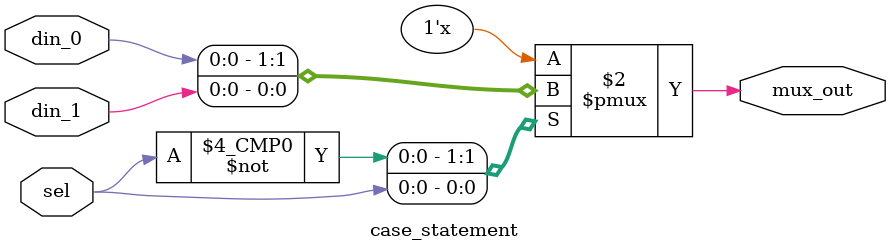
<source format=v>
module    case_statement(
din_0      , // Mux first input
din_1      , // Mux Second input
sel           , // Select input
mux_out   // Mux output
);
//-----------Input Ports---------------
input din_0, din_1, sel ;
//-----------Output Ports---------------
output mux_out;
//------------Internal Variables--------
reg  mux_out;
//-------------Code Starts Here---------
always @ (sel or din_0 or din_1)
			begin : MUX
			case(sel ) 
			1'b0 : mux_out = din_0;
			1'b1 : mux_out = din_1;
			endcase 
			end

endmodule //End Of Module mux
</source>
